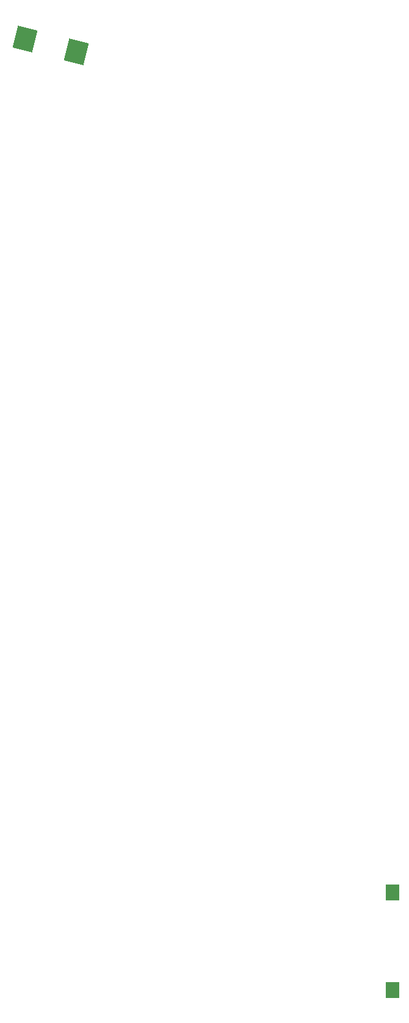
<source format=gbr>
%TF.GenerationSoftware,KiCad,Pcbnew,(7.0.0-0)*%
%TF.CreationDate,2023-04-21T13:34:59-07:00*%
%TF.ProjectId,redherring_v2,72656468-6572-4726-996e-675f76322e6b,rev?*%
%TF.SameCoordinates,Original*%
%TF.FileFunction,Paste,Top*%
%TF.FilePolarity,Positive*%
%FSLAX46Y46*%
G04 Gerber Fmt 4.6, Leading zero omitted, Abs format (unit mm)*
G04 Created by KiCad (PCBNEW (7.0.0-0)) date 2023-04-21 13:34:59*
%MOMM*%
%LPD*%
G01*
G04 APERTURE LIST*
G04 Aperture macros list*
%AMRotRect*
0 Rectangle, with rotation*
0 The origin of the aperture is its center*
0 $1 length*
0 $2 width*
0 $3 Rotation angle, in degrees counterclockwise*
0 Add horizontal line*
21,1,$1,$2,0,0,$3*%
G04 Aperture macros list end*
%ADD10R,1.955800X2.311400*%
%ADD11RotRect,2.795000X3.120000X346.000000*%
G04 APERTURE END LIST*
D10*
%TO.C,LS1*%
X188741339Y-170920499D03*
X188741339Y-184509499D03*
%TD*%
D11*
%TO.C,D_SOL_1*%
X144928953Y-54285876D03*
X137782725Y-52504122D03*
%TD*%
M02*

</source>
